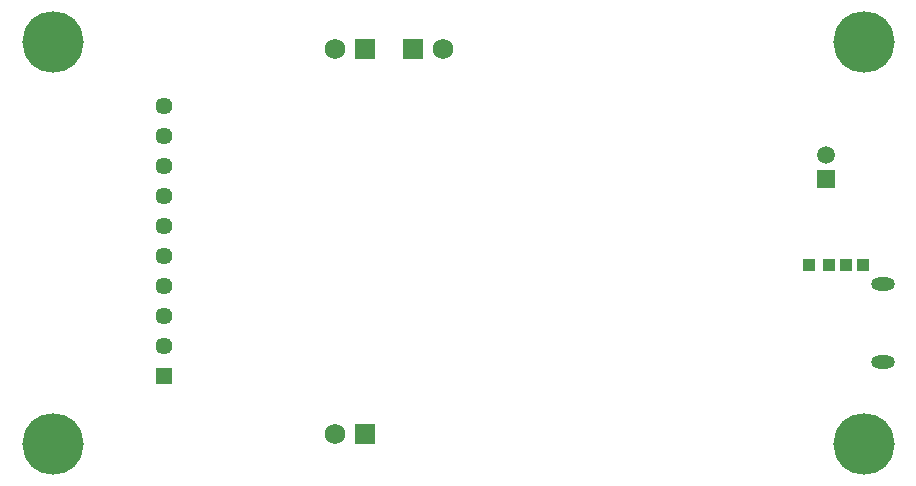
<source format=gbs>
G04*
G04 #@! TF.GenerationSoftware,Altium Limited,Altium Designer,22.6.1 (34)*
G04*
G04 Layer_Color=16711935*
%FSLAX25Y25*%
%MOIN*%
G70*
G04*
G04 #@! TF.SameCoordinates,BE1EFFB1-D3A5-4C51-9803-2DA18C35BCD8*
G04*
G04*
G04 #@! TF.FilePolarity,Negative*
G04*
G01*
G75*
%ADD43R,0.03950X0.04343*%
%ADD47R,0.03950X0.03950*%
%ADD52C,0.05682*%
%ADD53R,0.05682X0.05682*%
%ADD54O,0.07887X0.04343*%
%ADD55C,0.06824*%
%ADD56R,0.06824X0.06824*%
%ADD57R,0.05950X0.05950*%
%ADD58C,0.05950*%
%ADD59C,0.20485*%
D43*
X282556Y71400D02*
D03*
X277044D02*
D03*
D47*
X271148D02*
D03*
X264652D02*
D03*
D52*
X49500Y124500D02*
D03*
Y114500D02*
D03*
Y104500D02*
D03*
Y94500D02*
D03*
Y84500D02*
D03*
Y74500D02*
D03*
Y64500D02*
D03*
Y54500D02*
D03*
Y44500D02*
D03*
D53*
Y34500D02*
D03*
D54*
X289300Y65292D02*
D03*
Y39308D02*
D03*
D55*
X106500Y15200D02*
D03*
X142500Y143500D02*
D03*
X106500D02*
D03*
D56*
X116500Y15200D02*
D03*
X132500Y143500D02*
D03*
X116500D02*
D03*
D57*
X270400Y100326D02*
D03*
D58*
Y108200D02*
D03*
D59*
X283000Y146000D02*
D03*
Y12000D02*
D03*
X12500D02*
D03*
Y146000D02*
D03*
M02*

</source>
